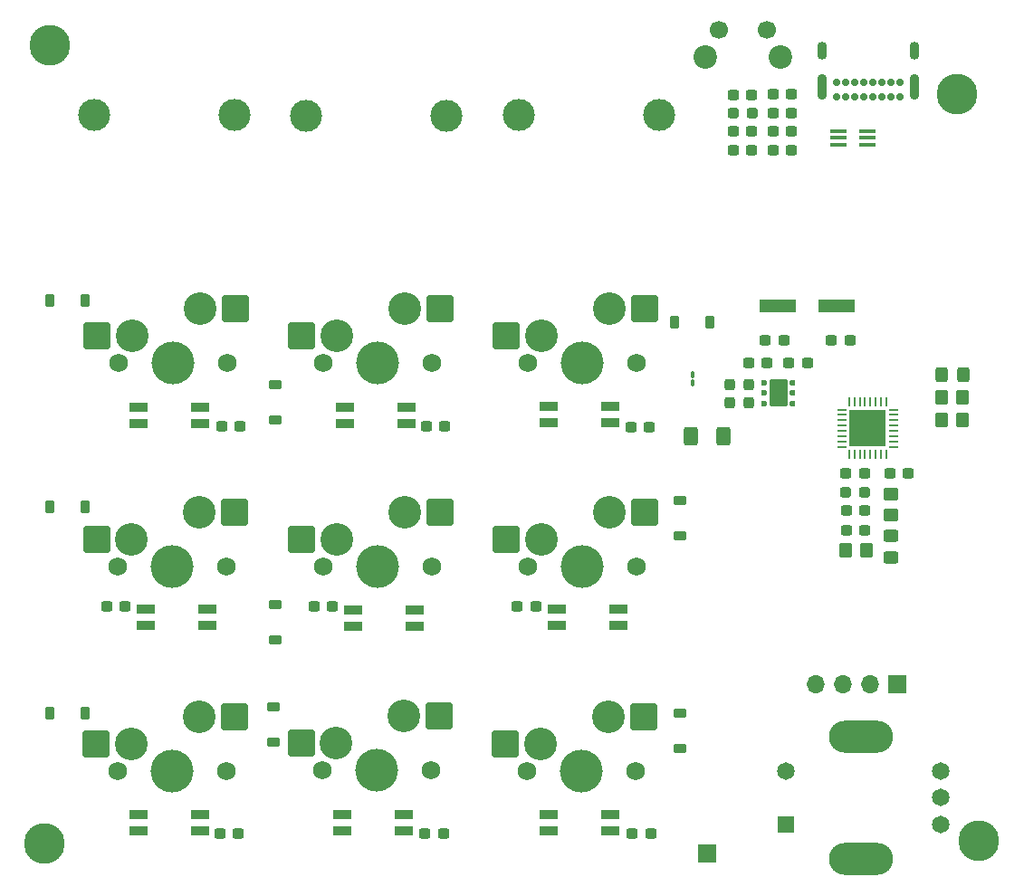
<source format=gbr>
%TF.GenerationSoftware,KiCad,Pcbnew,(7.0.0)*%
%TF.CreationDate,2023-06-18T19:00:30+02:00*%
%TF.ProjectId,Macro_Keyboard,4d616372-6f5f-44b6-9579-626f6172642e,rev?*%
%TF.SameCoordinates,Original*%
%TF.FileFunction,Soldermask,Bot*%
%TF.FilePolarity,Negative*%
%FSLAX46Y46*%
G04 Gerber Fmt 4.6, Leading zero omitted, Abs format (unit mm)*
G04 Created by KiCad (PCBNEW (7.0.0)) date 2023-06-18 19:00:30*
%MOMM*%
%LPD*%
G01*
G04 APERTURE LIST*
G04 Aperture macros list*
%AMRoundRect*
0 Rectangle with rounded corners*
0 $1 Rounding radius*
0 $2 $3 $4 $5 $6 $7 $8 $9 X,Y pos of 4 corners*
0 Add a 4 corners polygon primitive as box body*
4,1,4,$2,$3,$4,$5,$6,$7,$8,$9,$2,$3,0*
0 Add four circle primitives for the rounded corners*
1,1,$1+$1,$2,$3*
1,1,$1+$1,$4,$5*
1,1,$1+$1,$6,$7*
1,1,$1+$1,$8,$9*
0 Add four rect primitives between the rounded corners*
20,1,$1+$1,$2,$3,$4,$5,0*
20,1,$1+$1,$4,$5,$6,$7,0*
20,1,$1+$1,$6,$7,$8,$9,0*
20,1,$1+$1,$8,$9,$2,$3,0*%
%AMFreePoly0*
4,1,13,-0.225000,0.250000,0.225000,0.250000,0.225000,-0.092500,0.213011,-0.152773,0.178869,-0.203869,0.127773,-0.238011,0.067500,-0.250000,-0.067500,-0.250000,-0.127773,-0.238011,-0.178869,-0.203869,-0.213011,-0.152773,-0.225000,-0.092500,-0.225000,0.250000,-0.225000,0.250000,$1*%
G04 Aperture macros list end*
%ADD10C,1.750000*%
%ADD11C,3.050000*%
%ADD12C,4.000000*%
%ADD13RoundRect,0.250000X-1.025000X-1.000000X1.025000X-1.000000X1.025000X1.000000X-1.025000X1.000000X0*%
%ADD14R,1.650000X1.650000*%
%ADD15C,1.650000*%
%ADD16O,6.000000X3.000000*%
%ADD17C,0.700000*%
%ADD18O,0.900000X2.400000*%
%ADD19O,0.900000X1.700000*%
%ADD20C,3.800000*%
%ADD21C,2.200000*%
%ADD22C,1.700000*%
%ADD23C,3.000000*%
%ADD24R,1.700000X1.700000*%
%ADD25O,1.700000X1.700000*%
%ADD26RoundRect,0.237500X0.300000X0.237500X-0.300000X0.237500X-0.300000X-0.237500X0.300000X-0.237500X0*%
%ADD27R,1.800000X0.820000*%
%ADD28RoundRect,0.237500X-0.287500X-0.237500X0.287500X-0.237500X0.287500X0.237500X-0.287500X0.237500X0*%
%ADD29RoundRect,0.250000X-0.450000X0.350000X-0.450000X-0.350000X0.450000X-0.350000X0.450000X0.350000X0*%
%ADD30RoundRect,0.237500X-0.300000X-0.237500X0.300000X-0.237500X0.300000X0.237500X-0.300000X0.237500X0*%
%ADD31RoundRect,0.237500X0.237500X-0.300000X0.237500X0.300000X-0.237500X0.300000X-0.237500X-0.300000X0*%
%ADD32RoundRect,0.175000X0.700000X-1.075000X0.700000X1.075000X-0.700000X1.075000X-0.700000X-1.075000X0*%
%ADD33FreePoly0,270.000000*%
%ADD34FreePoly0,90.000000*%
%ADD35RoundRect,0.225000X-0.225000X-0.375000X0.225000X-0.375000X0.225000X0.375000X-0.225000X0.375000X0*%
%ADD36RoundRect,0.250000X-0.350000X-0.450000X0.350000X-0.450000X0.350000X0.450000X-0.350000X0.450000X0*%
%ADD37R,1.500000X0.400000*%
%ADD38RoundRect,0.250000X0.350000X0.450000X-0.350000X0.450000X-0.350000X-0.450000X0.350000X-0.450000X0*%
%ADD39RoundRect,0.225000X-0.375000X0.225000X-0.375000X-0.225000X0.375000X-0.225000X0.375000X0.225000X0*%
%ADD40RoundRect,0.062500X0.062500X-0.375000X0.062500X0.375000X-0.062500X0.375000X-0.062500X-0.375000X0*%
%ADD41RoundRect,0.062500X0.375000X-0.062500X0.375000X0.062500X-0.375000X0.062500X-0.375000X-0.062500X0*%
%ADD42R,3.450000X3.450000*%
%ADD43RoundRect,0.225000X0.375000X-0.225000X0.375000X0.225000X-0.375000X0.225000X-0.375000X-0.225000X0*%
%ADD44RoundRect,0.250000X0.450000X-0.325000X0.450000X0.325000X-0.450000X0.325000X-0.450000X-0.325000X0*%
%ADD45R,3.500000X1.200000*%
%ADD46RoundRect,0.250000X-0.325000X-0.450000X0.325000X-0.450000X0.325000X0.450000X-0.325000X0.450000X0*%
%ADD47RoundRect,0.250000X0.400000X0.625000X-0.400000X0.625000X-0.400000X-0.625000X0.400000X-0.625000X0*%
%ADD48RoundRect,0.237500X0.287500X0.237500X-0.287500X0.237500X-0.287500X-0.237500X0.287500X-0.237500X0*%
%ADD49RoundRect,0.225000X0.225000X0.375000X-0.225000X0.375000X-0.225000X-0.375000X0.225000X-0.375000X0*%
%ADD50RoundRect,0.100000X0.100000X-0.217500X0.100000X0.217500X-0.100000X0.217500X-0.100000X-0.217500X0*%
G04 APERTURE END LIST*
D10*
%TO.C,SW8*%
X72877908Y-112560837D03*
D11*
X74147908Y-110020837D03*
D12*
X77957908Y-112560837D03*
D11*
X80497908Y-107480837D03*
D10*
X83037908Y-112560837D03*
D13*
X70872908Y-110020837D03*
X83799908Y-107480837D03*
%TD*%
D10*
%TO.C,SW9*%
X92023888Y-112530038D03*
D11*
X93293888Y-109990038D03*
D12*
X97103888Y-112530038D03*
D11*
X99643888Y-107450038D03*
D10*
X102183888Y-112530038D03*
D13*
X90018888Y-109990038D03*
X102945888Y-107450038D03*
%TD*%
D10*
%TO.C,SW4*%
X72935933Y-74362629D03*
D11*
X74205933Y-71822629D03*
D12*
X78015933Y-74362629D03*
D11*
X80555933Y-69282629D03*
D10*
X83095933Y-74362629D03*
D13*
X70930933Y-71822629D03*
X83857933Y-69282629D03*
%TD*%
D14*
%TO.C,MT1*%
X135369999Y-117559999D03*
D15*
X135370000Y-112560000D03*
X149870000Y-117560000D03*
X149870000Y-112560000D03*
X149870000Y-115060000D03*
D16*
X142369999Y-120759999D03*
X142369999Y-109359999D03*
%TD*%
D17*
%TO.C,J1*%
X146045000Y-49525000D03*
X145195000Y-49525000D03*
X144345000Y-49525000D03*
X143495000Y-49525000D03*
X142645000Y-49525000D03*
X141795000Y-49525000D03*
X140945000Y-49525000D03*
X140095000Y-49525000D03*
X140095000Y-48175000D03*
X140945000Y-48175000D03*
X141795000Y-48175000D03*
X142645000Y-48175000D03*
X143495000Y-48175000D03*
X144345000Y-48175000D03*
X145195000Y-48175000D03*
X146045000Y-48175000D03*
D18*
X147394999Y-48544999D03*
D19*
X147394999Y-45164999D03*
D18*
X138744999Y-48544999D03*
D19*
X138744999Y-45164999D03*
%TD*%
D10*
%TO.C,SW7*%
X111189498Y-93471096D03*
D11*
X112459498Y-90931096D03*
D12*
X116269498Y-93471096D03*
D11*
X118809498Y-88391096D03*
D10*
X121349498Y-93471096D03*
D13*
X109184498Y-90931096D03*
X122111498Y-88391096D03*
%TD*%
D20*
%TO.C,H3*%
X153416000Y-119126000D03*
%TD*%
%TO.C,H4*%
X151384000Y-49276000D03*
%TD*%
%TO.C,H2*%
X66040000Y-119380000D03*
%TD*%
D10*
%TO.C,SW2*%
X92077945Y-74359349D03*
D11*
X93347945Y-71819349D03*
D12*
X97157945Y-74359349D03*
D11*
X99697945Y-69279349D03*
D10*
X102237945Y-74359349D03*
D13*
X90072945Y-71819349D03*
X102999945Y-69279349D03*
%TD*%
D21*
%TO.C,SW1*%
X127830000Y-45730000D03*
X134830000Y-45730000D03*
D22*
X129080000Y-43230000D03*
X133580000Y-43230000D03*
%TD*%
D20*
%TO.C,H1*%
X66548000Y-44704000D03*
%TD*%
D10*
%TO.C,SW10*%
X111148411Y-112562624D03*
D11*
X112418411Y-110022624D03*
D12*
X116228411Y-112562624D03*
D11*
X118768411Y-107482624D03*
D10*
X121308411Y-112562624D03*
D13*
X109143411Y-110022624D03*
X122070411Y-107482624D03*
%TD*%
D23*
%TO.C,J2*%
X123514000Y-51220043D03*
X110374000Y-51220043D03*
%TD*%
D10*
%TO.C,SW3*%
X111203814Y-74357520D03*
D11*
X112473814Y-71817520D03*
D12*
X116283814Y-74357520D03*
D11*
X118823814Y-69277520D03*
D10*
X121363814Y-74357520D03*
D13*
X109198814Y-71817520D03*
X122125814Y-69277520D03*
%TD*%
D24*
%TO.C,U4*%
X145785999Y-104418999D03*
D25*
X143245999Y-104418999D03*
X140705999Y-104418999D03*
X138165999Y-104418999D03*
%TD*%
D23*
%TO.C,J4*%
X83781826Y-51216189D03*
X70641826Y-51216189D03*
%TD*%
D10*
%TO.C,SW5*%
X72905586Y-93411284D03*
D11*
X74175586Y-90871284D03*
D12*
X77985586Y-93411284D03*
D11*
X80525586Y-88331284D03*
D10*
X83065586Y-93411284D03*
D13*
X70900586Y-90871284D03*
X83827586Y-88331284D03*
%TD*%
D10*
%TO.C,SW6*%
X92064954Y-93423789D03*
D11*
X93334954Y-90883789D03*
D12*
X97144954Y-93423789D03*
D11*
X99684954Y-88343789D03*
D10*
X102224954Y-93423789D03*
D13*
X90059954Y-90883789D03*
X102986954Y-88343789D03*
%TD*%
D23*
%TO.C,J3*%
X103598000Y-51244000D03*
X90458000Y-51244000D03*
%TD*%
D24*
%TO.C,TP1*%
X127969999Y-120319999D03*
%TD*%
D26*
%TO.C,C34*%
X84158306Y-118420676D03*
X82433306Y-118420676D03*
%TD*%
%TO.C,C32*%
X103473509Y-80351691D03*
X101748509Y-80351691D03*
%TD*%
D27*
%TO.C,SK6812MINI_E5*%
X100673999Y-97469974D03*
X100673999Y-98991634D03*
X94905999Y-97474043D03*
X94905999Y-98988142D03*
%TD*%
D28*
%TO.C,FB8*%
X130429618Y-51012591D03*
X132179618Y-51012591D03*
%TD*%
D27*
%TO.C,SK6812MINI_E9*%
X74839999Y-118143097D03*
X74839999Y-116621437D03*
X80607999Y-118139028D03*
X80607999Y-116624929D03*
%TD*%
D29*
%TO.C,R1*%
X145199748Y-86646000D03*
X145199748Y-88646000D03*
%TD*%
D30*
%TO.C,C5*%
X145046986Y-84715272D03*
X146771986Y-84715272D03*
%TD*%
%TO.C,C30*%
X71816399Y-97142232D03*
X73541399Y-97142232D03*
%TD*%
D31*
%TO.C,C3*%
X130078000Y-78117953D03*
X130078000Y-76392953D03*
%TD*%
D30*
%TO.C,C28*%
X91217493Y-97180758D03*
X92942493Y-97180758D03*
%TD*%
D32*
%TO.C,U2*%
X134650000Y-77216000D03*
D33*
X135949999Y-76265999D03*
X135949999Y-77215999D03*
X135949999Y-78165999D03*
D34*
X133349999Y-78165999D03*
X133349999Y-77215999D03*
X133349999Y-76265999D03*
%TD*%
D30*
%TO.C,C25*%
X110237878Y-97149779D03*
X111962878Y-97149779D03*
%TD*%
D26*
%TO.C,C10*%
X135882750Y-49277338D03*
X134157750Y-49277338D03*
%TD*%
%TO.C,C35*%
X103304376Y-118406550D03*
X101579376Y-118406550D03*
%TD*%
D27*
%TO.C,SK6812MINI_E3*%
X74839999Y-80043097D03*
X74839999Y-78521437D03*
X80607999Y-80039028D03*
X80607999Y-78524929D03*
%TD*%
D30*
%TO.C,C38*%
X130449083Y-54489204D03*
X132174083Y-54489204D03*
%TD*%
D26*
%TO.C,C36*%
X122706797Y-118432688D03*
X120981797Y-118432688D03*
%TD*%
D27*
%TO.C,SK6812MINI_E6*%
X119723999Y-97445112D03*
X119723999Y-98966772D03*
X113955999Y-97449181D03*
X113955999Y-98963280D03*
%TD*%
D35*
%TO.C,D10*%
X66548000Y-68580000D03*
X69848000Y-68580000D03*
%TD*%
D26*
%TO.C,C21*%
X141324500Y-72298872D03*
X139599500Y-72298872D03*
%TD*%
%TO.C,C31*%
X122600448Y-80359082D03*
X120875448Y-80359082D03*
%TD*%
%TO.C,C1*%
X133604000Y-74422000D03*
X131879000Y-74422000D03*
%TD*%
%TO.C,C6*%
X142719500Y-90027992D03*
X140994500Y-90027992D03*
%TD*%
D36*
%TO.C,R4*%
X149902328Y-77638448D03*
X151902328Y-77638448D03*
%TD*%
D37*
%TO.C,U5*%
X142940499Y-52689999D03*
X142940499Y-53339999D03*
X142940499Y-53989999D03*
X140280499Y-53989999D03*
X140280499Y-53339999D03*
X140280499Y-52689999D03*
%TD*%
D38*
%TO.C,R16*%
X151892000Y-79756000D03*
X149892000Y-79756000D03*
%TD*%
D27*
%TO.C,SK6812MINI_E7*%
X113193999Y-118143097D03*
X113193999Y-116621437D03*
X118961999Y-118139028D03*
X118961999Y-116624929D03*
%TD*%
D31*
%TO.C,C4*%
X131856000Y-78117953D03*
X131856000Y-76392953D03*
%TD*%
D26*
%TO.C,C33*%
X84287101Y-80340148D03*
X82562101Y-80340148D03*
%TD*%
D35*
%TO.C,D11*%
X66548000Y-87884000D03*
X69848000Y-87884000D03*
%TD*%
D27*
%TO.C,SK6812MINI_E1*%
X113193999Y-79994063D03*
X113193999Y-78472403D03*
X118961999Y-79989994D03*
X118961999Y-78475895D03*
%TD*%
D39*
%TO.C,D9*%
X87408926Y-106554000D03*
X87408926Y-109854000D03*
%TD*%
D40*
%TO.C,U1*%
X144752000Y-82940492D03*
X144252000Y-82940492D03*
X143752000Y-82940492D03*
X143252000Y-82940492D03*
X142752000Y-82940492D03*
X142252000Y-82940492D03*
X141752000Y-82940492D03*
X141252000Y-82940492D03*
D41*
X140564500Y-82252992D03*
X140564500Y-81752992D03*
X140564500Y-81252992D03*
X140564500Y-80752992D03*
X140564500Y-80252992D03*
X140564500Y-79752992D03*
X140564500Y-79252992D03*
X140564500Y-78752992D03*
D40*
X141252000Y-78065492D03*
X141752000Y-78065492D03*
X142252000Y-78065492D03*
X142752000Y-78065492D03*
X143252000Y-78065492D03*
X143752000Y-78065492D03*
X144252000Y-78065492D03*
X144752000Y-78065492D03*
D41*
X145439500Y-78752992D03*
X145439500Y-79252992D03*
X145439500Y-79752992D03*
X145439500Y-80252992D03*
X145439500Y-80752992D03*
X145439500Y-81252992D03*
X145439500Y-81752992D03*
X145439500Y-82252992D03*
D42*
X143001999Y-80502991D03*
%TD*%
D26*
%TO.C,C11*%
X135879125Y-51002468D03*
X134154125Y-51002468D03*
%TD*%
D27*
%TO.C,SK6812MINI_E4*%
X81233086Y-97443919D03*
X81233086Y-98965579D03*
X75465086Y-97447988D03*
X75465086Y-98962087D03*
%TD*%
D26*
%TO.C,C39*%
X132167093Y-52699954D03*
X130442093Y-52699954D03*
%TD*%
%TO.C,C12*%
X135886367Y-52702428D03*
X134161367Y-52702428D03*
%TD*%
D43*
%TO.C,D8*%
X87613873Y-100296384D03*
X87613873Y-96996384D03*
%TD*%
D44*
%TO.C,D1*%
X145188888Y-92577045D03*
X145188888Y-90527045D03*
%TD*%
D26*
%TO.C,C8*%
X142691043Y-84744292D03*
X140966043Y-84744292D03*
%TD*%
D43*
%TO.C,D7*%
X87630000Y-79756000D03*
X87630000Y-76456000D03*
%TD*%
D26*
%TO.C,C2*%
X137361000Y-74422000D03*
X135636000Y-74422000D03*
%TD*%
D39*
%TO.C,D6*%
X125476000Y-107188000D03*
X125476000Y-110488000D03*
%TD*%
D26*
%TO.C,C13*%
X135890000Y-54480044D03*
X134165000Y-54480044D03*
%TD*%
D30*
%TO.C,C42*%
X130425227Y-49301569D03*
X132150227Y-49301569D03*
%TD*%
D45*
%TO.C,Y1*%
X134625962Y-69087999D03*
X140125962Y-69087999D03*
%TD*%
D38*
%TO.C,R15*%
X142899500Y-91932992D03*
X140899500Y-91932992D03*
%TD*%
D46*
%TO.C,D2*%
X149904228Y-75477459D03*
X151954228Y-75477459D03*
%TD*%
D47*
%TO.C,R14*%
X129540000Y-81280000D03*
X126440000Y-81280000D03*
%TD*%
D48*
%TO.C,FB1*%
X142722388Y-86517594D03*
X140972388Y-86517594D03*
%TD*%
D27*
%TO.C,SK6812MINI_E8*%
X93889999Y-118143097D03*
X93889999Y-116621437D03*
X99657999Y-118139028D03*
X99657999Y-116624929D03*
%TD*%
D35*
%TO.C,D12*%
X66548000Y-107188000D03*
X69848000Y-107188000D03*
%TD*%
D30*
%TO.C,C20*%
X133420888Y-72283375D03*
X135145888Y-72283375D03*
%TD*%
D26*
%TO.C,C7*%
X142719500Y-88211932D03*
X140994500Y-88211932D03*
%TD*%
D27*
%TO.C,SK6812MINI_E2*%
X94143999Y-80043097D03*
X94143999Y-78521437D03*
X99911999Y-80039028D03*
X99911999Y-78524929D03*
%TD*%
D39*
%TO.C,D5*%
X125476000Y-87250000D03*
X125476000Y-90550000D03*
%TD*%
D49*
%TO.C,D4*%
X128270000Y-70612000D03*
X124970000Y-70612000D03*
%TD*%
D50*
%TO.C,C14*%
X126597594Y-76284810D03*
X126597594Y-75469810D03*
%TD*%
M02*

</source>
